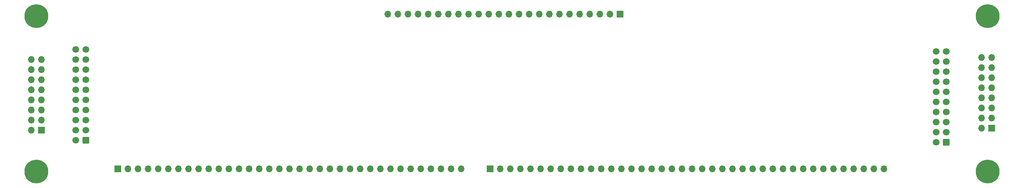
<source format=gbr>
%TF.GenerationSoftware,KiCad,Pcbnew,(6.0.0-0)*%
%TF.CreationDate,2022-03-10T23:18:49-05:00*%
%TF.ProjectId,Backplane-Connector-2022,4261636b-706c-4616-9e65-2d436f6e6e65,rev?*%
%TF.SameCoordinates,Original*%
%TF.FileFunction,Soldermask,Bot*%
%TF.FilePolarity,Negative*%
%FSLAX46Y46*%
G04 Gerber Fmt 4.6, Leading zero omitted, Abs format (unit mm)*
G04 Created by KiCad (PCBNEW (6.0.0-0)) date 2022-03-10 23:18:49*
%MOMM*%
%LPD*%
G01*
G04 APERTURE LIST*
G04 Aperture macros list*
%AMRoundRect*
0 Rectangle with rounded corners*
0 $1 Rounding radius*
0 $2 $3 $4 $5 $6 $7 $8 $9 X,Y pos of 4 corners*
0 Add a 4 corners polygon primitive as box body*
4,1,4,$2,$3,$4,$5,$6,$7,$8,$9,$2,$3,0*
0 Add four circle primitives for the rounded corners*
1,1,$1+$1,$2,$3*
1,1,$1+$1,$4,$5*
1,1,$1+$1,$6,$7*
1,1,$1+$1,$8,$9*
0 Add four rect primitives between the rounded corners*
20,1,$1+$1,$2,$3,$4,$5,0*
20,1,$1+$1,$4,$5,$6,$7,0*
20,1,$1+$1,$6,$7,$8,$9,0*
20,1,$1+$1,$8,$9,$2,$3,0*%
G04 Aperture macros list end*
%ADD10R,1.700000X1.700000*%
%ADD11O,1.700000X1.700000*%
%ADD12C,0.800000*%
%ADD13C,6.000000*%
%ADD14RoundRect,0.250000X0.600000X0.600000X-0.600000X0.600000X-0.600000X-0.600000X0.600000X-0.600000X0*%
%ADD15C,1.700000*%
G04 APERTURE END LIST*
D10*
%TO.C,J4*%
X405892000Y-177546000D03*
D11*
X403352000Y-177546000D03*
X405892000Y-175006000D03*
X403352000Y-175006000D03*
X405892000Y-172466000D03*
X403352000Y-172466000D03*
X405892000Y-169926000D03*
X403352000Y-169926000D03*
X405892000Y-167386000D03*
X403352000Y-167386000D03*
X405892000Y-164846000D03*
X403352000Y-164846000D03*
X405892000Y-162306000D03*
X403352000Y-162306000D03*
X405892000Y-159766000D03*
X403352000Y-159766000D03*
%TD*%
D12*
%TO.C,REF\u002A\u002A*%
X164017010Y-150942990D03*
X167198990Y-147761010D03*
D13*
X165608000Y-149352000D03*
D12*
X167858000Y-149352000D03*
X167198990Y-150942990D03*
X165608000Y-151602000D03*
X164017010Y-147761010D03*
X165608000Y-147102000D03*
X163358000Y-149352000D03*
%TD*%
%TO.C,REF\u002A\u002A*%
X402626000Y-149352000D03*
X406466990Y-147761010D03*
X403285010Y-150942990D03*
X407126000Y-149352000D03*
D13*
X404876000Y-149352000D03*
D12*
X406466990Y-150942990D03*
X403285010Y-147761010D03*
X404876000Y-147102000D03*
X404876000Y-151602000D03*
%TD*%
D14*
%TO.C,J7*%
X178054000Y-180594000D03*
D15*
X175514000Y-180594000D03*
X178054000Y-178054000D03*
X175514000Y-178054000D03*
X178054000Y-175514000D03*
X175514000Y-175514000D03*
X178054000Y-172974000D03*
X175514000Y-172974000D03*
X178054000Y-170434000D03*
X175514000Y-170434000D03*
X178054000Y-167894000D03*
X175514000Y-167894000D03*
X178054000Y-165354000D03*
X175514000Y-165354000D03*
X178054000Y-162814000D03*
X175514000Y-162814000D03*
X178054000Y-160274000D03*
X175514000Y-160274000D03*
X178054000Y-157734000D03*
X175514000Y-157734000D03*
%TD*%
D12*
%TO.C,REF\u002A\u002A*%
X406466990Y-186877010D03*
X403285010Y-190058990D03*
X407126000Y-188468000D03*
X406466990Y-190058990D03*
X404876000Y-190718000D03*
X404876000Y-186218000D03*
X402626000Y-188468000D03*
X403285010Y-186877010D03*
D13*
X404876000Y-188468000D03*
%TD*%
D14*
%TO.C,J6*%
X394462000Y-181102000D03*
D15*
X391922000Y-181102000D03*
X394462000Y-178562000D03*
X391922000Y-178562000D03*
X394462000Y-176022000D03*
X391922000Y-176022000D03*
X394462000Y-173482000D03*
X391922000Y-173482000D03*
X394462000Y-170942000D03*
X391922000Y-170942000D03*
X394462000Y-168402000D03*
X391922000Y-168402000D03*
X394462000Y-165862000D03*
X391922000Y-165862000D03*
X394462000Y-163322000D03*
X391922000Y-163322000D03*
X394462000Y-160782000D03*
X391922000Y-160782000D03*
X394462000Y-158242000D03*
X391922000Y-158242000D03*
%TD*%
D10*
%TO.C,J5*%
X279760759Y-187808242D03*
D11*
X282300759Y-187808242D03*
X284840759Y-187808242D03*
X287380759Y-187808242D03*
X289920759Y-187808242D03*
X292460759Y-187808242D03*
X295000759Y-187808242D03*
X297540759Y-187808242D03*
X300080759Y-187808242D03*
X302620759Y-187808242D03*
X305160759Y-187808242D03*
X307700759Y-187808242D03*
X310240759Y-187808242D03*
X312780759Y-187808242D03*
X315320759Y-187808242D03*
X317860759Y-187808242D03*
X320400759Y-187808242D03*
X322940759Y-187808242D03*
X325480759Y-187808242D03*
X328020759Y-187808242D03*
X330560759Y-187808242D03*
X333100759Y-187808242D03*
X335640759Y-187808242D03*
X338180759Y-187808242D03*
X340720759Y-187808242D03*
X343260759Y-187808242D03*
X345800759Y-187808242D03*
X348340759Y-187808242D03*
X350880759Y-187808242D03*
X353420759Y-187808242D03*
X355960759Y-187808242D03*
X358500759Y-187808242D03*
X361040759Y-187808242D03*
X363580759Y-187808242D03*
X366120759Y-187808242D03*
X368660759Y-187808242D03*
X371200759Y-187808242D03*
X373740759Y-187808242D03*
X376280759Y-187808242D03*
X378820759Y-187808242D03*
%TD*%
D10*
%TO.C,J3*%
X166878000Y-178054000D03*
D11*
X164338000Y-178054000D03*
X166878000Y-175514000D03*
X164338000Y-175514000D03*
X166878000Y-172974000D03*
X164338000Y-172974000D03*
X166878000Y-170434000D03*
X164338000Y-170434000D03*
X166878000Y-167894000D03*
X164338000Y-167894000D03*
X166878000Y-165354000D03*
X164338000Y-165354000D03*
X166878000Y-162814000D03*
X164338000Y-162814000D03*
X166878000Y-160274000D03*
X164338000Y-160274000D03*
%TD*%
D10*
%TO.C,J2*%
X186147323Y-187751242D03*
D11*
X188687323Y-187751242D03*
X191227323Y-187751242D03*
X193767323Y-187751242D03*
X196307323Y-187751242D03*
X198847323Y-187751242D03*
X201387323Y-187751242D03*
X203927323Y-187751242D03*
X206467323Y-187751242D03*
X209007323Y-187751242D03*
X211547323Y-187751242D03*
X214087323Y-187751242D03*
X216627323Y-187751242D03*
X219167323Y-187751242D03*
X221707323Y-187751242D03*
X224247323Y-187751242D03*
X226787323Y-187751242D03*
X229327323Y-187751242D03*
X231867323Y-187751242D03*
X234407323Y-187751242D03*
X236947323Y-187751242D03*
X239487323Y-187751242D03*
X242027323Y-187751242D03*
X244567323Y-187751242D03*
X247107323Y-187751242D03*
X249647323Y-187751242D03*
X252187323Y-187751242D03*
X254727323Y-187751242D03*
X257267323Y-187751242D03*
X259807323Y-187751242D03*
X262347323Y-187751242D03*
X264887323Y-187751242D03*
X267427323Y-187751242D03*
X269967323Y-187751242D03*
X272507323Y-187751242D03*
%TD*%
D12*
%TO.C,REF\u002A\u002A*%
X165608000Y-186218000D03*
X165608000Y-190718000D03*
X167198990Y-190058990D03*
X163358000Y-188468000D03*
X167858000Y-188468000D03*
X167198990Y-186877010D03*
X164017010Y-186877010D03*
X164017010Y-190058990D03*
D13*
X165608000Y-188468000D03*
%TD*%
D10*
%TO.C,J1*%
X312420000Y-148844000D03*
D11*
X309880000Y-148844000D03*
X307340000Y-148844000D03*
X304800000Y-148844000D03*
X302260000Y-148844000D03*
X299720000Y-148844000D03*
X297180000Y-148844000D03*
X294640000Y-148844000D03*
X292100000Y-148844000D03*
X289560000Y-148844000D03*
X287020000Y-148844000D03*
X284480000Y-148844000D03*
X281940000Y-148844000D03*
X279400000Y-148844000D03*
X276860000Y-148844000D03*
X274320000Y-148844000D03*
X271780000Y-148844000D03*
X269240000Y-148844000D03*
X266700000Y-148844000D03*
X264160000Y-148844000D03*
X261620000Y-148844000D03*
X259080000Y-148844000D03*
X256540000Y-148844000D03*
X254000000Y-148844000D03*
%TD*%
M02*

</source>
